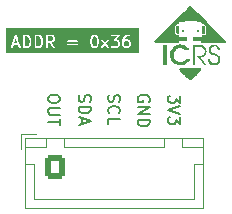
<source format=gbr>
%TF.GenerationSoftware,KiCad,Pcbnew,7.0.1*%
%TF.CreationDate,2023-07-17T00:53:10+01:00*%
%TF.ProjectId,Motor Encoder Board,4d6f746f-7220-4456-9e63-6f6465722042,rev?*%
%TF.SameCoordinates,Original*%
%TF.FileFunction,Legend,Top*%
%TF.FilePolarity,Positive*%
%FSLAX46Y46*%
G04 Gerber Fmt 4.6, Leading zero omitted, Abs format (unit mm)*
G04 Created by KiCad (PCBNEW 7.0.1) date 2023-07-17 00:53:10*
%MOMM*%
%LPD*%
G01*
G04 APERTURE LIST*
G04 Aperture macros list*
%AMRoundRect*
0 Rectangle with rounded corners*
0 $1 Rounding radius*
0 $2 $3 $4 $5 $6 $7 $8 $9 X,Y pos of 4 corners*
0 Add a 4 corners polygon primitive as box body*
4,1,4,$2,$3,$4,$5,$6,$7,$8,$9,$2,$3,0*
0 Add four circle primitives for the rounded corners*
1,1,$1+$1,$2,$3*
1,1,$1+$1,$4,$5*
1,1,$1+$1,$6,$7*
1,1,$1+$1,$8,$9*
0 Add four rect primitives between the rounded corners*
20,1,$1+$1,$2,$3,$4,$5,0*
20,1,$1+$1,$4,$5,$6,$7,0*
20,1,$1+$1,$6,$7,$8,$9,0*
20,1,$1+$1,$8,$9,$2,$3,0*%
G04 Aperture macros list end*
%ADD10C,0.150000*%
%ADD11C,0.120000*%
%ADD12C,5.600000*%
%ADD13RoundRect,0.250000X-0.600000X-0.725000X0.600000X-0.725000X0.600000X0.725000X-0.600000X0.725000X0*%
%ADD14O,1.700000X1.950000*%
G04 APERTURE END LIST*
D10*
X116570000Y-59920476D02*
X116522380Y-60063333D01*
X116522380Y-60063333D02*
X116522380Y-60301428D01*
X116522380Y-60301428D02*
X116570000Y-60396666D01*
X116570000Y-60396666D02*
X116617619Y-60444285D01*
X116617619Y-60444285D02*
X116712857Y-60491904D01*
X116712857Y-60491904D02*
X116808095Y-60491904D01*
X116808095Y-60491904D02*
X116903333Y-60444285D01*
X116903333Y-60444285D02*
X116950952Y-60396666D01*
X116950952Y-60396666D02*
X116998571Y-60301428D01*
X116998571Y-60301428D02*
X117046190Y-60110952D01*
X117046190Y-60110952D02*
X117093809Y-60015714D01*
X117093809Y-60015714D02*
X117141428Y-59968095D01*
X117141428Y-59968095D02*
X117236666Y-59920476D01*
X117236666Y-59920476D02*
X117331904Y-59920476D01*
X117331904Y-59920476D02*
X117427142Y-59968095D01*
X117427142Y-59968095D02*
X117474761Y-60015714D01*
X117474761Y-60015714D02*
X117522380Y-60110952D01*
X117522380Y-60110952D02*
X117522380Y-60349047D01*
X117522380Y-60349047D02*
X117474761Y-60491904D01*
X116617619Y-61491904D02*
X116570000Y-61444285D01*
X116570000Y-61444285D02*
X116522380Y-61301428D01*
X116522380Y-61301428D02*
X116522380Y-61206190D01*
X116522380Y-61206190D02*
X116570000Y-61063333D01*
X116570000Y-61063333D02*
X116665238Y-60968095D01*
X116665238Y-60968095D02*
X116760476Y-60920476D01*
X116760476Y-60920476D02*
X116950952Y-60872857D01*
X116950952Y-60872857D02*
X117093809Y-60872857D01*
X117093809Y-60872857D02*
X117284285Y-60920476D01*
X117284285Y-60920476D02*
X117379523Y-60968095D01*
X117379523Y-60968095D02*
X117474761Y-61063333D01*
X117474761Y-61063333D02*
X117522380Y-61206190D01*
X117522380Y-61206190D02*
X117522380Y-61301428D01*
X117522380Y-61301428D02*
X117474761Y-61444285D01*
X117474761Y-61444285D02*
X117427142Y-61491904D01*
X116522380Y-62396666D02*
X116522380Y-61920476D01*
X116522380Y-61920476D02*
X117522380Y-61920476D01*
X114070000Y-59920476D02*
X114022380Y-60063333D01*
X114022380Y-60063333D02*
X114022380Y-60301428D01*
X114022380Y-60301428D02*
X114070000Y-60396666D01*
X114070000Y-60396666D02*
X114117619Y-60444285D01*
X114117619Y-60444285D02*
X114212857Y-60491904D01*
X114212857Y-60491904D02*
X114308095Y-60491904D01*
X114308095Y-60491904D02*
X114403333Y-60444285D01*
X114403333Y-60444285D02*
X114450952Y-60396666D01*
X114450952Y-60396666D02*
X114498571Y-60301428D01*
X114498571Y-60301428D02*
X114546190Y-60110952D01*
X114546190Y-60110952D02*
X114593809Y-60015714D01*
X114593809Y-60015714D02*
X114641428Y-59968095D01*
X114641428Y-59968095D02*
X114736666Y-59920476D01*
X114736666Y-59920476D02*
X114831904Y-59920476D01*
X114831904Y-59920476D02*
X114927142Y-59968095D01*
X114927142Y-59968095D02*
X114974761Y-60015714D01*
X114974761Y-60015714D02*
X115022380Y-60110952D01*
X115022380Y-60110952D02*
X115022380Y-60349047D01*
X115022380Y-60349047D02*
X114974761Y-60491904D01*
X114022380Y-60920476D02*
X115022380Y-60920476D01*
X115022380Y-60920476D02*
X115022380Y-61158571D01*
X115022380Y-61158571D02*
X114974761Y-61301428D01*
X114974761Y-61301428D02*
X114879523Y-61396666D01*
X114879523Y-61396666D02*
X114784285Y-61444285D01*
X114784285Y-61444285D02*
X114593809Y-61491904D01*
X114593809Y-61491904D02*
X114450952Y-61491904D01*
X114450952Y-61491904D02*
X114260476Y-61444285D01*
X114260476Y-61444285D02*
X114165238Y-61396666D01*
X114165238Y-61396666D02*
X114070000Y-61301428D01*
X114070000Y-61301428D02*
X114022380Y-61158571D01*
X114022380Y-61158571D02*
X114022380Y-60920476D01*
X114308095Y-61872857D02*
X114308095Y-62349047D01*
X114022380Y-61777619D02*
X115022380Y-62110952D01*
X115022380Y-62110952D02*
X114022380Y-62444285D01*
G36*
X110705676Y-55000790D02*
G01*
X110779788Y-55074902D01*
X110818282Y-55151888D01*
X110861666Y-55325424D01*
X110861666Y-55449813D01*
X110818282Y-55623345D01*
X110779788Y-55700334D01*
X110705676Y-55774447D01*
X110591161Y-55812619D01*
X110440238Y-55812619D01*
X110440238Y-54962619D01*
X110591163Y-54962619D01*
X110705676Y-55000790D01*
G37*
G36*
X109705676Y-55000790D02*
G01*
X109779788Y-55074902D01*
X109818282Y-55151888D01*
X109861666Y-55325424D01*
X109861666Y-55449813D01*
X109818282Y-55623345D01*
X109779788Y-55700334D01*
X109705676Y-55774447D01*
X109591161Y-55812619D01*
X109440238Y-55812619D01*
X109440238Y-54962619D01*
X109591163Y-54962619D01*
X109705676Y-55000790D01*
G37*
G36*
X108832609Y-55526904D02*
G01*
X108564533Y-55526904D01*
X108698571Y-55124790D01*
X108832609Y-55526904D01*
G37*
G36*
X118225574Y-55377830D02*
G01*
X118255979Y-55408235D01*
X118290238Y-55476751D01*
X118290238Y-55679436D01*
X118255979Y-55747953D01*
X118225571Y-55778361D01*
X118157057Y-55812619D01*
X118001992Y-55812619D01*
X117933474Y-55778360D01*
X117903066Y-55747951D01*
X117868810Y-55679437D01*
X117868810Y-55476753D01*
X117903069Y-55408235D01*
X117933474Y-55377829D01*
X118001990Y-55343571D01*
X118157056Y-55343571D01*
X118225574Y-55377830D01*
G37*
G36*
X115463669Y-54996878D02*
G01*
X115494074Y-55027283D01*
X115532568Y-55104269D01*
X115575952Y-55277805D01*
X115575952Y-55497432D01*
X115532568Y-55670964D01*
X115494074Y-55747953D01*
X115463666Y-55778361D01*
X115395152Y-55812619D01*
X115335325Y-55812619D01*
X115266807Y-55778360D01*
X115236399Y-55747951D01*
X115197907Y-55670966D01*
X115154524Y-55497432D01*
X115154524Y-55277806D01*
X115197907Y-55104272D01*
X115236402Y-55027283D01*
X115266807Y-54996877D01*
X115335323Y-54962619D01*
X115395151Y-54962619D01*
X115463669Y-54996878D01*
G37*
G36*
X111797002Y-54996878D02*
G01*
X111827407Y-55027283D01*
X111861666Y-55095799D01*
X111861666Y-55203246D01*
X111827407Y-55271763D01*
X111797000Y-55302170D01*
X111728485Y-55336428D01*
X111607205Y-55336428D01*
X111589160Y-55334558D01*
X111585460Y-55336428D01*
X111440238Y-55336428D01*
X111440238Y-54962619D01*
X111728484Y-54962619D01*
X111797002Y-54996878D01*
G37*
G36*
X119098572Y-56377857D02*
G01*
X107902143Y-56377857D01*
X107902143Y-55906916D01*
X108289492Y-55906916D01*
X108311949Y-55944804D01*
X108351325Y-55964536D01*
X108395118Y-55959849D01*
X108429425Y-55932228D01*
X108514533Y-55676904D01*
X108882609Y-55676904D01*
X108964162Y-55921564D01*
X108982885Y-55948504D01*
X109023584Y-55965340D01*
X109066924Y-55957500D01*
X109099146Y-55927474D01*
X109106465Y-55898743D01*
X109287868Y-55898743D01*
X109294787Y-55913895D01*
X109299481Y-55929879D01*
X109303793Y-55933615D01*
X109306164Y-55938807D01*
X109320180Y-55947814D01*
X109332767Y-55958721D01*
X109338413Y-55959532D01*
X109343216Y-55962619D01*
X109359878Y-55962619D01*
X109376362Y-55964989D01*
X109381552Y-55962619D01*
X109593931Y-55962619D01*
X109606158Y-55965734D01*
X109625770Y-55959196D01*
X109645593Y-55953376D01*
X109646551Y-55952269D01*
X109766077Y-55912427D01*
X109783651Y-55908605D01*
X109793512Y-55898743D01*
X110287868Y-55898743D01*
X110294787Y-55913895D01*
X110299481Y-55929879D01*
X110303793Y-55933615D01*
X110306164Y-55938807D01*
X110320180Y-55947814D01*
X110332767Y-55958721D01*
X110338413Y-55959532D01*
X110343216Y-55962619D01*
X110359878Y-55962619D01*
X110376362Y-55964989D01*
X110381552Y-55962619D01*
X110593931Y-55962619D01*
X110606158Y-55965734D01*
X110625770Y-55959196D01*
X110645593Y-55953376D01*
X110646551Y-55952269D01*
X110766077Y-55912427D01*
X110783651Y-55908605D01*
X110794491Y-55897764D01*
X110807075Y-55889019D01*
X110809782Y-55882472D01*
X110887812Y-55804442D01*
X110898662Y-55797999D01*
X110907912Y-55779498D01*
X110917808Y-55761375D01*
X110917703Y-55759915D01*
X110950155Y-55695012D01*
X110956467Y-55689078D01*
X110959811Y-55675700D01*
X110960951Y-55673421D01*
X110962414Y-55665288D01*
X111006433Y-55489210D01*
X111011666Y-55481069D01*
X111011666Y-55468281D01*
X111012042Y-55466777D01*
X111011666Y-55457531D01*
X111011666Y-55422552D01*
X111287868Y-55422552D01*
X111290238Y-55427742D01*
X111290238Y-55898401D01*
X111299481Y-55929879D01*
X111332767Y-55958721D01*
X111376362Y-55964989D01*
X111416426Y-55946693D01*
X111440238Y-55909641D01*
X111440238Y-55486428D01*
X111564284Y-55486428D01*
X111881407Y-55939462D01*
X111907030Y-55959949D01*
X111950839Y-55964489D01*
X111990148Y-55944624D01*
X112012478Y-55906660D01*
X112010737Y-55862651D01*
X111869334Y-55660647D01*
X113049773Y-55660647D01*
X113068069Y-55700711D01*
X113105121Y-55724523D01*
X113899830Y-55724523D01*
X113931308Y-55715280D01*
X113960150Y-55681994D01*
X113966418Y-55638399D01*
X113948122Y-55598335D01*
X113911070Y-55574523D01*
X113116361Y-55574523D01*
X113084883Y-55583766D01*
X113056041Y-55617052D01*
X113049773Y-55660647D01*
X111869334Y-55660647D01*
X111759326Y-55503492D01*
X115001422Y-55503492D01*
X115004524Y-55515900D01*
X115004524Y-55517448D01*
X115007128Y-55526317D01*
X115051142Y-55702372D01*
X115050212Y-55710986D01*
X115056378Y-55723319D01*
X115056997Y-55725792D01*
X115061179Y-55732919D01*
X115103474Y-55817509D01*
X115106157Y-55829840D01*
X115120776Y-55844460D01*
X115134846Y-55859586D01*
X115136264Y-55859948D01*
X115162698Y-55886383D01*
X115169143Y-55897234D01*
X115187654Y-55906489D01*
X115205765Y-55916379D01*
X115207224Y-55916274D01*
X115280470Y-55952897D01*
X115295597Y-55962619D01*
X115310927Y-55962619D01*
X115326010Y-55965333D01*
X115332554Y-55962619D01*
X115408817Y-55962619D01*
X115426701Y-55964550D01*
X115440414Y-55957693D01*
X115455117Y-55953376D01*
X115459755Y-55948022D01*
X115533223Y-55911287D01*
X115545557Y-55908605D01*
X115560188Y-55893972D01*
X115574971Y-55880223D01*
X115906471Y-55880223D01*
X115914825Y-55923467D01*
X115945232Y-55955329D01*
X115988039Y-55965695D01*
X116029654Y-55951272D01*
X116246190Y-55675679D01*
X116455782Y-55942434D01*
X116482498Y-55961475D01*
X116526491Y-55963589D01*
X116564643Y-55941584D01*
X116584842Y-55902445D01*
X116580675Y-55858599D01*
X116524264Y-55786803D01*
X116715843Y-55786803D01*
X116725205Y-55829840D01*
X116781746Y-55886383D01*
X116788191Y-55897234D01*
X116806702Y-55906489D01*
X116824813Y-55916379D01*
X116826272Y-55916274D01*
X116899518Y-55952897D01*
X116914645Y-55962619D01*
X116929975Y-55962619D01*
X116945058Y-55965333D01*
X116951602Y-55962619D01*
X117218341Y-55962619D01*
X117236225Y-55964550D01*
X117249938Y-55957693D01*
X117264641Y-55953376D01*
X117269279Y-55948022D01*
X117342747Y-55911287D01*
X117355081Y-55908605D01*
X117369712Y-55893972D01*
X117384825Y-55879916D01*
X117385187Y-55878496D01*
X117411621Y-55852062D01*
X117422472Y-55845618D01*
X117431728Y-55827104D01*
X117441618Y-55808994D01*
X117441513Y-55807534D01*
X117478135Y-55734290D01*
X117487857Y-55719164D01*
X117487857Y-55703834D01*
X117490571Y-55688751D01*
X117487857Y-55682207D01*
X117487857Y-55467438D01*
X117716096Y-55467438D01*
X117718810Y-55473982D01*
X117718810Y-55693102D01*
X117716879Y-55710986D01*
X117723735Y-55724699D01*
X117728053Y-55739402D01*
X117733406Y-55744040D01*
X117770141Y-55817509D01*
X117772824Y-55829840D01*
X117787443Y-55844460D01*
X117801513Y-55859586D01*
X117802931Y-55859948D01*
X117829365Y-55886383D01*
X117835810Y-55897234D01*
X117854321Y-55906489D01*
X117872432Y-55916379D01*
X117873891Y-55916274D01*
X117947137Y-55952897D01*
X117962264Y-55962619D01*
X117977594Y-55962619D01*
X117992677Y-55965333D01*
X117999221Y-55962619D01*
X118170722Y-55962619D01*
X118188606Y-55964550D01*
X118202319Y-55957693D01*
X118217022Y-55953376D01*
X118221660Y-55948022D01*
X118295128Y-55911287D01*
X118307462Y-55908605D01*
X118322093Y-55893972D01*
X118337206Y-55879916D01*
X118337568Y-55878496D01*
X118364002Y-55852062D01*
X118374853Y-55845618D01*
X118384109Y-55827104D01*
X118393999Y-55808994D01*
X118393894Y-55807534D01*
X118430516Y-55734290D01*
X118440238Y-55719164D01*
X118440238Y-55703834D01*
X118442952Y-55688751D01*
X118440238Y-55682207D01*
X118440238Y-55463078D01*
X118442168Y-55445203D01*
X118435313Y-55431493D01*
X118430995Y-55416787D01*
X118425640Y-55412147D01*
X118388906Y-55338678D01*
X118386224Y-55326348D01*
X118371604Y-55311728D01*
X118357535Y-55296603D01*
X118356116Y-55296240D01*
X118329681Y-55269805D01*
X118323238Y-55258956D01*
X118304737Y-55249705D01*
X118286615Y-55239810D01*
X118285154Y-55239914D01*
X118211913Y-55203294D01*
X118196784Y-55193571D01*
X118181454Y-55193571D01*
X118166371Y-55190857D01*
X118159827Y-55193571D01*
X117988317Y-55193571D01*
X117970442Y-55191641D01*
X117956732Y-55198495D01*
X117942026Y-55202814D01*
X117937386Y-55208168D01*
X117892515Y-55230604D01*
X117911039Y-55156506D01*
X117994951Y-55030638D01*
X118028712Y-54996877D01*
X118097228Y-54962619D01*
X118280782Y-54962619D01*
X118312260Y-54953376D01*
X118341102Y-54920090D01*
X118347370Y-54876495D01*
X118329074Y-54836431D01*
X118292022Y-54812619D01*
X118083555Y-54812619D01*
X118065680Y-54810689D01*
X118051970Y-54817543D01*
X118037264Y-54821862D01*
X118032624Y-54827216D01*
X117959155Y-54863950D01*
X117946825Y-54866633D01*
X117932205Y-54881252D01*
X117917080Y-54895322D01*
X117916717Y-54896740D01*
X117893663Y-54919794D01*
X117886479Y-54922931D01*
X117878382Y-54935075D01*
X117876010Y-54937448D01*
X117872429Y-54944005D01*
X117783791Y-55076962D01*
X117774009Y-55086160D01*
X117769188Y-55105441D01*
X117763274Y-55124401D01*
X117763889Y-55126636D01*
X117724042Y-55286026D01*
X117718810Y-55294168D01*
X117718810Y-55306956D01*
X117718434Y-55308460D01*
X117718810Y-55317706D01*
X117718810Y-55452355D01*
X117716096Y-55467438D01*
X117487857Y-55467438D01*
X117487857Y-55463078D01*
X117489787Y-55445203D01*
X117482932Y-55431493D01*
X117478614Y-55416787D01*
X117473259Y-55412147D01*
X117436525Y-55338678D01*
X117433843Y-55326348D01*
X117419223Y-55311728D01*
X117405154Y-55296603D01*
X117403735Y-55296240D01*
X117377300Y-55269805D01*
X117370857Y-55258956D01*
X117352356Y-55249705D01*
X117334234Y-55239810D01*
X117332773Y-55239914D01*
X117259532Y-55203294D01*
X117244661Y-55193736D01*
X117454928Y-54953431D01*
X117455117Y-54953376D01*
X117469421Y-54936867D01*
X117476400Y-54928892D01*
X117476477Y-54928724D01*
X117483959Y-54920090D01*
X117485532Y-54909149D01*
X117490173Y-54899116D01*
X117488601Y-54887800D01*
X117490227Y-54876495D01*
X117485635Y-54866440D01*
X117484115Y-54855492D01*
X117476677Y-54846823D01*
X117471931Y-54836431D01*
X117462630Y-54830453D01*
X117455434Y-54822067D01*
X117444490Y-54818796D01*
X117434879Y-54812619D01*
X117423824Y-54812619D01*
X117413235Y-54809454D01*
X117402260Y-54812619D01*
X116783028Y-54812619D01*
X116751550Y-54821862D01*
X116722708Y-54855148D01*
X116716440Y-54898743D01*
X116734736Y-54938807D01*
X116771788Y-54962619D01*
X117247574Y-54962619D01*
X117037451Y-55202758D01*
X117037264Y-55202814D01*
X117023046Y-55219221D01*
X117015981Y-55227297D01*
X117015902Y-55227467D01*
X117008422Y-55236100D01*
X117006849Y-55247040D01*
X117002208Y-55257074D01*
X117003779Y-55268389D01*
X117002154Y-55279695D01*
X117006745Y-55289749D01*
X117008266Y-55300698D01*
X117015703Y-55309366D01*
X117020450Y-55319759D01*
X117029750Y-55325736D01*
X117036947Y-55334123D01*
X117047890Y-55337393D01*
X117057502Y-55343571D01*
X117068557Y-55343571D01*
X117079146Y-55346736D01*
X117090121Y-55343571D01*
X117204675Y-55343571D01*
X117273193Y-55377830D01*
X117303598Y-55408235D01*
X117337857Y-55476751D01*
X117337857Y-55679436D01*
X117303598Y-55747953D01*
X117273190Y-55778361D01*
X117204676Y-55812619D01*
X116954373Y-55812619D01*
X116885855Y-55778360D01*
X116839220Y-55731723D01*
X116810426Y-55716001D01*
X116766495Y-55719143D01*
X116731236Y-55745536D01*
X116715843Y-55786803D01*
X116524264Y-55786803D01*
X116341571Y-55554284D01*
X116573730Y-55258810D01*
X116585910Y-55228348D01*
X116577556Y-55185104D01*
X116547149Y-55153242D01*
X116504342Y-55142876D01*
X116462727Y-55157299D01*
X116246190Y-55432891D01*
X116036599Y-55166137D01*
X116009883Y-55147096D01*
X115965890Y-55144982D01*
X115927738Y-55166987D01*
X115907539Y-55206126D01*
X115911706Y-55249972D01*
X116150809Y-55554286D01*
X115918651Y-55849761D01*
X115906471Y-55880223D01*
X115574971Y-55880223D01*
X115575301Y-55879916D01*
X115575663Y-55878496D01*
X115602097Y-55852062D01*
X115612948Y-55845618D01*
X115622204Y-55827104D01*
X115632094Y-55808994D01*
X115631989Y-55807534D01*
X115664441Y-55742631D01*
X115670753Y-55736697D01*
X115674097Y-55723319D01*
X115675237Y-55721040D01*
X115676700Y-55712907D01*
X115720719Y-55536829D01*
X115725952Y-55528688D01*
X115725952Y-55515900D01*
X115726328Y-55514396D01*
X115725952Y-55505150D01*
X115725952Y-55280914D01*
X115729054Y-55271745D01*
X115725952Y-55259337D01*
X115725952Y-55257789D01*
X115723347Y-55248919D01*
X115679333Y-55072862D01*
X115680263Y-55064251D01*
X115674097Y-55051920D01*
X115673479Y-55049445D01*
X115669291Y-55042306D01*
X115627001Y-54957726D01*
X115624319Y-54945396D01*
X115609699Y-54930776D01*
X115595630Y-54915651D01*
X115594211Y-54915288D01*
X115567776Y-54888853D01*
X115561333Y-54878004D01*
X115542832Y-54868753D01*
X115524710Y-54858858D01*
X115523249Y-54858962D01*
X115450008Y-54822342D01*
X115434879Y-54812619D01*
X115419549Y-54812619D01*
X115404466Y-54809905D01*
X115397922Y-54812619D01*
X115321650Y-54812619D01*
X115303775Y-54810689D01*
X115290065Y-54817543D01*
X115275359Y-54821862D01*
X115270719Y-54827216D01*
X115197250Y-54863950D01*
X115184920Y-54866633D01*
X115170300Y-54881252D01*
X115155175Y-54895322D01*
X115154812Y-54896740D01*
X115128377Y-54923175D01*
X115117528Y-54929619D01*
X115108277Y-54948119D01*
X115098382Y-54966242D01*
X115098486Y-54967702D01*
X115066034Y-55032606D01*
X115059723Y-55038541D01*
X115056378Y-55051918D01*
X115055239Y-55054198D01*
X115053775Y-55062330D01*
X115009756Y-55238407D01*
X115004524Y-55246549D01*
X115004524Y-55259337D01*
X115004148Y-55260841D01*
X115004524Y-55270087D01*
X115004524Y-55494323D01*
X115001422Y-55503492D01*
X111759326Y-55503492D01*
X111747809Y-55487039D01*
X111760034Y-55488359D01*
X111773747Y-55481502D01*
X111788450Y-55477185D01*
X111793088Y-55471831D01*
X111866557Y-55435096D01*
X111878889Y-55432414D01*
X111893516Y-55417786D01*
X111908634Y-55403725D01*
X111908996Y-55402306D01*
X111935431Y-55375871D01*
X111937011Y-55374933D01*
X113049773Y-55374933D01*
X113068069Y-55414997D01*
X113105121Y-55438809D01*
X113899830Y-55438809D01*
X113931308Y-55429566D01*
X113960150Y-55396280D01*
X113966418Y-55352685D01*
X113948122Y-55312621D01*
X113911070Y-55288809D01*
X113116361Y-55288809D01*
X113084883Y-55298052D01*
X113056041Y-55331338D01*
X113049773Y-55374933D01*
X111937011Y-55374933D01*
X111946281Y-55369428D01*
X111955535Y-55350918D01*
X111965426Y-55332805D01*
X111965321Y-55331346D01*
X112001944Y-55258100D01*
X112011666Y-55242974D01*
X112011666Y-55227644D01*
X112014380Y-55212561D01*
X112011666Y-55206017D01*
X112011666Y-55082126D01*
X112013596Y-55064251D01*
X112006741Y-55050541D01*
X112002423Y-55035835D01*
X111997068Y-55031195D01*
X111960334Y-54957726D01*
X111957652Y-54945396D01*
X111943032Y-54930776D01*
X111928963Y-54915651D01*
X111927544Y-54915288D01*
X111901109Y-54888853D01*
X111894666Y-54878004D01*
X111876165Y-54868753D01*
X111858043Y-54858858D01*
X111856582Y-54858962D01*
X111783341Y-54822342D01*
X111768212Y-54812619D01*
X111752882Y-54812619D01*
X111737799Y-54809905D01*
X111731255Y-54812619D01*
X111370598Y-54812619D01*
X111354114Y-54810249D01*
X111338961Y-54817168D01*
X111322978Y-54821862D01*
X111319241Y-54826174D01*
X111314050Y-54828545D01*
X111305042Y-54842561D01*
X111294136Y-54855148D01*
X111293324Y-54860794D01*
X111290238Y-54865597D01*
X111290238Y-54882259D01*
X111287868Y-54898743D01*
X111290238Y-54903933D01*
X111290238Y-55406068D01*
X111287868Y-55422552D01*
X111011666Y-55422552D01*
X111011666Y-55328533D01*
X111014768Y-55319364D01*
X111011666Y-55306956D01*
X111011666Y-55305408D01*
X111009061Y-55296538D01*
X110965047Y-55120481D01*
X110965977Y-55111870D01*
X110959811Y-55099539D01*
X110959193Y-55097064D01*
X110955005Y-55089925D01*
X110912715Y-55005345D01*
X110910033Y-54993015D01*
X110895413Y-54978395D01*
X110881344Y-54963270D01*
X110879925Y-54962907D01*
X110802076Y-54885058D01*
X110790799Y-54871051D01*
X110776257Y-54866203D01*
X110762805Y-54858858D01*
X110755737Y-54859363D01*
X110635970Y-54819441D01*
X110625355Y-54812619D01*
X110604675Y-54812619D01*
X110584036Y-54811873D01*
X110582777Y-54812619D01*
X110370598Y-54812619D01*
X110354114Y-54810249D01*
X110338961Y-54817168D01*
X110322978Y-54821862D01*
X110319241Y-54826174D01*
X110314050Y-54828545D01*
X110305042Y-54842561D01*
X110294136Y-54855148D01*
X110293324Y-54860794D01*
X110290238Y-54865597D01*
X110290238Y-54882259D01*
X110287868Y-54898743D01*
X110290238Y-54903933D01*
X110290238Y-55882259D01*
X110287868Y-55898743D01*
X109793512Y-55898743D01*
X109794491Y-55897764D01*
X109807075Y-55889019D01*
X109809782Y-55882472D01*
X109887812Y-55804442D01*
X109898662Y-55797999D01*
X109907912Y-55779498D01*
X109917808Y-55761375D01*
X109917703Y-55759915D01*
X109950155Y-55695012D01*
X109956467Y-55689078D01*
X109959811Y-55675700D01*
X109960951Y-55673421D01*
X109962414Y-55665288D01*
X110006433Y-55489210D01*
X110011666Y-55481069D01*
X110011666Y-55468281D01*
X110012042Y-55466777D01*
X110011666Y-55457531D01*
X110011666Y-55328533D01*
X110014768Y-55319364D01*
X110011666Y-55306956D01*
X110011666Y-55305408D01*
X110009061Y-55296538D01*
X109965047Y-55120481D01*
X109965977Y-55111870D01*
X109959811Y-55099539D01*
X109959193Y-55097064D01*
X109955005Y-55089925D01*
X109912715Y-55005345D01*
X109910033Y-54993015D01*
X109895413Y-54978395D01*
X109881344Y-54963270D01*
X109879925Y-54962907D01*
X109802076Y-54885058D01*
X109790799Y-54871051D01*
X109776257Y-54866203D01*
X109762805Y-54858858D01*
X109755737Y-54859363D01*
X109635970Y-54819441D01*
X109625355Y-54812619D01*
X109604675Y-54812619D01*
X109584036Y-54811873D01*
X109582777Y-54812619D01*
X109370598Y-54812619D01*
X109354114Y-54810249D01*
X109338961Y-54817168D01*
X109322978Y-54821862D01*
X109319241Y-54826174D01*
X109314050Y-54828545D01*
X109305042Y-54842561D01*
X109294136Y-54855148D01*
X109293324Y-54860794D01*
X109290238Y-54865597D01*
X109290238Y-54882259D01*
X109287868Y-54898743D01*
X109290238Y-54903933D01*
X109290238Y-55882259D01*
X109287868Y-55898743D01*
X109106465Y-55898743D01*
X109110019Y-55884793D01*
X109013426Y-55595016D01*
X109014036Y-55590780D01*
X109006552Y-55574392D01*
X108774011Y-54876769D01*
X108774317Y-54868322D01*
X108767185Y-54856289D01*
X108766313Y-54853673D01*
X108761700Y-54847035D01*
X108751860Y-54830434D01*
X108749254Y-54829128D01*
X108747590Y-54826733D01*
X108729736Y-54819347D01*
X108712484Y-54810702D01*
X108709586Y-54811012D01*
X108706891Y-54809897D01*
X108687883Y-54813335D01*
X108668690Y-54815390D01*
X108666419Y-54817218D01*
X108663551Y-54817737D01*
X108649427Y-54830898D01*
X108634384Y-54843010D01*
X108633461Y-54845776D01*
X108631329Y-54847764D01*
X108626561Y-54866476D01*
X108394036Y-55564051D01*
X108389374Y-55569433D01*
X108387197Y-55584568D01*
X108290677Y-55874131D01*
X108289492Y-55906916D01*
X107902143Y-55906916D01*
X107902143Y-54267143D01*
X119098572Y-54267143D01*
X119098572Y-56377857D01*
G37*
X122622380Y-59972857D02*
X122622380Y-60591904D01*
X122622380Y-60591904D02*
X122241428Y-60258571D01*
X122241428Y-60258571D02*
X122241428Y-60401428D01*
X122241428Y-60401428D02*
X122193809Y-60496666D01*
X122193809Y-60496666D02*
X122146190Y-60544285D01*
X122146190Y-60544285D02*
X122050952Y-60591904D01*
X122050952Y-60591904D02*
X121812857Y-60591904D01*
X121812857Y-60591904D02*
X121717619Y-60544285D01*
X121717619Y-60544285D02*
X121670000Y-60496666D01*
X121670000Y-60496666D02*
X121622380Y-60401428D01*
X121622380Y-60401428D02*
X121622380Y-60115714D01*
X121622380Y-60115714D02*
X121670000Y-60020476D01*
X121670000Y-60020476D02*
X121717619Y-59972857D01*
X122622380Y-60877619D02*
X121622380Y-61210952D01*
X121622380Y-61210952D02*
X122622380Y-61544285D01*
X122622380Y-61782381D02*
X122622380Y-62401428D01*
X122622380Y-62401428D02*
X122241428Y-62068095D01*
X122241428Y-62068095D02*
X122241428Y-62210952D01*
X122241428Y-62210952D02*
X122193809Y-62306190D01*
X122193809Y-62306190D02*
X122146190Y-62353809D01*
X122146190Y-62353809D02*
X122050952Y-62401428D01*
X122050952Y-62401428D02*
X121812857Y-62401428D01*
X121812857Y-62401428D02*
X121717619Y-62353809D01*
X121717619Y-62353809D02*
X121670000Y-62306190D01*
X121670000Y-62306190D02*
X121622380Y-62210952D01*
X121622380Y-62210952D02*
X121622380Y-61925238D01*
X121622380Y-61925238D02*
X121670000Y-61830000D01*
X121670000Y-61830000D02*
X121717619Y-61782381D01*
X119974761Y-60491904D02*
X120022380Y-60396666D01*
X120022380Y-60396666D02*
X120022380Y-60253809D01*
X120022380Y-60253809D02*
X119974761Y-60110952D01*
X119974761Y-60110952D02*
X119879523Y-60015714D01*
X119879523Y-60015714D02*
X119784285Y-59968095D01*
X119784285Y-59968095D02*
X119593809Y-59920476D01*
X119593809Y-59920476D02*
X119450952Y-59920476D01*
X119450952Y-59920476D02*
X119260476Y-59968095D01*
X119260476Y-59968095D02*
X119165238Y-60015714D01*
X119165238Y-60015714D02*
X119070000Y-60110952D01*
X119070000Y-60110952D02*
X119022380Y-60253809D01*
X119022380Y-60253809D02*
X119022380Y-60349047D01*
X119022380Y-60349047D02*
X119070000Y-60491904D01*
X119070000Y-60491904D02*
X119117619Y-60539523D01*
X119117619Y-60539523D02*
X119450952Y-60539523D01*
X119450952Y-60539523D02*
X119450952Y-60349047D01*
X119022380Y-60968095D02*
X120022380Y-60968095D01*
X120022380Y-60968095D02*
X119022380Y-61539523D01*
X119022380Y-61539523D02*
X120022380Y-61539523D01*
X119022380Y-62015714D02*
X120022380Y-62015714D01*
X120022380Y-62015714D02*
X120022380Y-62253809D01*
X120022380Y-62253809D02*
X119974761Y-62396666D01*
X119974761Y-62396666D02*
X119879523Y-62491904D01*
X119879523Y-62491904D02*
X119784285Y-62539523D01*
X119784285Y-62539523D02*
X119593809Y-62587142D01*
X119593809Y-62587142D02*
X119450952Y-62587142D01*
X119450952Y-62587142D02*
X119260476Y-62539523D01*
X119260476Y-62539523D02*
X119165238Y-62491904D01*
X119165238Y-62491904D02*
X119070000Y-62396666D01*
X119070000Y-62396666D02*
X119022380Y-62253809D01*
X119022380Y-62253809D02*
X119022380Y-62015714D01*
X112422380Y-60158571D02*
X112422380Y-60349047D01*
X112422380Y-60349047D02*
X112374761Y-60444285D01*
X112374761Y-60444285D02*
X112279523Y-60539523D01*
X112279523Y-60539523D02*
X112089047Y-60587142D01*
X112089047Y-60587142D02*
X111755714Y-60587142D01*
X111755714Y-60587142D02*
X111565238Y-60539523D01*
X111565238Y-60539523D02*
X111470000Y-60444285D01*
X111470000Y-60444285D02*
X111422380Y-60349047D01*
X111422380Y-60349047D02*
X111422380Y-60158571D01*
X111422380Y-60158571D02*
X111470000Y-60063333D01*
X111470000Y-60063333D02*
X111565238Y-59968095D01*
X111565238Y-59968095D02*
X111755714Y-59920476D01*
X111755714Y-59920476D02*
X112089047Y-59920476D01*
X112089047Y-59920476D02*
X112279523Y-59968095D01*
X112279523Y-59968095D02*
X112374761Y-60063333D01*
X112374761Y-60063333D02*
X112422380Y-60158571D01*
X112422380Y-61015714D02*
X111612857Y-61015714D01*
X111612857Y-61015714D02*
X111517619Y-61063333D01*
X111517619Y-61063333D02*
X111470000Y-61110952D01*
X111470000Y-61110952D02*
X111422380Y-61206190D01*
X111422380Y-61206190D02*
X111422380Y-61396666D01*
X111422380Y-61396666D02*
X111470000Y-61491904D01*
X111470000Y-61491904D02*
X111517619Y-61539523D01*
X111517619Y-61539523D02*
X111612857Y-61587142D01*
X111612857Y-61587142D02*
X112422380Y-61587142D01*
X112422380Y-61920476D02*
X112422380Y-62491904D01*
X111422380Y-62206190D02*
X112422380Y-62206190D01*
D11*
%TO.C,J1*%
X109150000Y-63250000D02*
X109150000Y-64500000D01*
X109440000Y-63540000D02*
X109440000Y-69510000D01*
X109440000Y-69510000D02*
X124560000Y-69510000D01*
X109450000Y-63550000D02*
X109450000Y-64300000D01*
X109450000Y-64300000D02*
X111250000Y-64300000D01*
X109450000Y-65800000D02*
X110200000Y-65800000D01*
X110200000Y-65800000D02*
X110200000Y-68750000D01*
X110200000Y-68750000D02*
X117000000Y-68750000D01*
X110400000Y-63250000D02*
X109150000Y-63250000D01*
X111250000Y-63550000D02*
X109450000Y-63550000D01*
X111250000Y-64300000D02*
X111250000Y-63550000D01*
X112750000Y-63550000D02*
X112750000Y-64300000D01*
X112750000Y-64300000D02*
X121250000Y-64300000D01*
X121250000Y-63550000D02*
X112750000Y-63550000D01*
X121250000Y-64300000D02*
X121250000Y-63550000D01*
X122750000Y-63550000D02*
X122750000Y-64300000D01*
X122750000Y-64300000D02*
X124550000Y-64300000D01*
X123800000Y-65800000D02*
X123800000Y-68750000D01*
X123800000Y-68750000D02*
X117000000Y-68750000D01*
X124550000Y-63550000D02*
X122750000Y-63550000D01*
X124550000Y-64300000D02*
X124550000Y-63550000D01*
X124550000Y-65800000D02*
X123800000Y-65800000D01*
X124560000Y-63540000D02*
X109440000Y-63540000D01*
X124560000Y-69510000D02*
X124560000Y-63540000D01*
%TO.C,G\u002A\u002A\u002A*%
G36*
X121492622Y-56529373D02*
G01*
X121492622Y-57382590D01*
X121337492Y-57382590D01*
X121182362Y-57382590D01*
X121182362Y-56529373D01*
X121182362Y-55676157D01*
X121337492Y-55676157D01*
X121492622Y-55676157D01*
X121492622Y-56529373D01*
G37*
G36*
X122903884Y-54423806D02*
G01*
X122932782Y-54448137D01*
X122949109Y-54481726D01*
X122950847Y-54497166D01*
X122941471Y-54532940D01*
X122917141Y-54561838D01*
X122883551Y-54578164D01*
X122868111Y-54579902D01*
X122831813Y-54570235D01*
X122810760Y-54554517D01*
X122790675Y-54522137D01*
X122787398Y-54486834D01*
X122798812Y-54453782D01*
X122822798Y-54428152D01*
X122857239Y-54415119D01*
X122868111Y-54414430D01*
X122903884Y-54423806D01*
G37*
G36*
X124112433Y-54420442D02*
G01*
X124142852Y-54431622D01*
X124167314Y-54449563D01*
X124175123Y-54461433D01*
X124181335Y-54500107D01*
X124171811Y-54533956D01*
X124150412Y-54559843D01*
X124120997Y-54574631D01*
X124087427Y-54575186D01*
X124054694Y-54559276D01*
X124033931Y-54536647D01*
X124026677Y-54507681D01*
X124026417Y-54498019D01*
X124034172Y-54459029D01*
X124058201Y-54432400D01*
X124085367Y-54420292D01*
X124112433Y-54420442D01*
G37*
G36*
X122475114Y-54398917D02*
G01*
X122475114Y-54755717D01*
X122451845Y-54754517D01*
X122422703Y-54751202D01*
X122407891Y-54748326D01*
X122350416Y-54725304D01*
X122307195Y-54687673D01*
X122293776Y-54668141D01*
X122285540Y-54653482D01*
X122279301Y-54639332D01*
X122274780Y-54622690D01*
X122271702Y-54600557D01*
X122269789Y-54569930D01*
X122268765Y-54527810D01*
X122268352Y-54471195D01*
X122268274Y-54397086D01*
X122268274Y-54391781D01*
X122268354Y-54316363D01*
X122268765Y-54258717D01*
X122269763Y-54215931D01*
X122271603Y-54185093D01*
X122274542Y-54163291D01*
X122278834Y-54147614D01*
X122284737Y-54135149D01*
X122291789Y-54124044D01*
X122332325Y-54078963D01*
X122380397Y-54051080D01*
X122430104Y-54042117D01*
X122475114Y-54042117D01*
X122475114Y-54398917D01*
G37*
G36*
X124588075Y-54045843D02*
G01*
X124635800Y-54058036D01*
X124670332Y-54080221D01*
X124694814Y-54113921D01*
X124701313Y-54128044D01*
X124707432Y-54145665D01*
X124712028Y-54166958D01*
X124715305Y-54194970D01*
X124717466Y-54232747D01*
X124718717Y-54283336D01*
X124719261Y-54349784D01*
X124719332Y-54397008D01*
X124719168Y-54472481D01*
X124718520Y-54530383D01*
X124717153Y-54573826D01*
X124714833Y-54605922D01*
X124711326Y-54629781D01*
X124706397Y-54648515D01*
X124699813Y-54665237D01*
X124699003Y-54667030D01*
X124676549Y-54702337D01*
X124644415Y-54727309D01*
X124599432Y-54743482D01*
X124538432Y-54752392D01*
X124520248Y-54753668D01*
X124440098Y-54758374D01*
X124440098Y-54400246D01*
X124440098Y-54042117D01*
X124524011Y-54042117D01*
X124588075Y-54045843D01*
G37*
G36*
X124382692Y-57681961D02*
G01*
X124404081Y-57711284D01*
X124411619Y-57744782D01*
X124411892Y-57755481D01*
X124411670Y-57764992D01*
X124410246Y-57774264D01*
X124406480Y-57784560D01*
X124399236Y-57797139D01*
X124387375Y-57813262D01*
X124369760Y-57834193D01*
X124345252Y-57861190D01*
X124312714Y-57895516D01*
X124271008Y-57938432D01*
X124218995Y-57991199D01*
X124155537Y-58055078D01*
X124079498Y-58131331D01*
X124009729Y-58201202D01*
X123933403Y-58277395D01*
X123860577Y-58349655D01*
X123792715Y-58416555D01*
X123731282Y-58476674D01*
X123677743Y-58528586D01*
X123633564Y-58570869D01*
X123600208Y-58602099D01*
X123579142Y-58620851D01*
X123573308Y-58625341D01*
X123528756Y-58643563D01*
X123474542Y-58651800D01*
X123419351Y-58649616D01*
X123371868Y-58636575D01*
X123369699Y-58635557D01*
X123352385Y-58623382D01*
X123322874Y-58598250D01*
X123282796Y-58561810D01*
X123233783Y-58515708D01*
X123177465Y-58461593D01*
X123115476Y-58401110D01*
X123049445Y-58335907D01*
X122981004Y-58267631D01*
X122911785Y-58197931D01*
X122843419Y-58128452D01*
X122777538Y-58060842D01*
X122715772Y-57996748D01*
X122659754Y-57937817D01*
X122611114Y-57885698D01*
X122571484Y-57842036D01*
X122542496Y-57808479D01*
X122525780Y-57786675D01*
X122522330Y-57779969D01*
X122522740Y-57734276D01*
X122542419Y-57691925D01*
X122559167Y-57673159D01*
X122563480Y-57669350D01*
X122568593Y-57666015D01*
X122575829Y-57663123D01*
X122586513Y-57660643D01*
X122601969Y-57658543D01*
X122623523Y-57656791D01*
X122652499Y-57655356D01*
X122690220Y-57654206D01*
X122738012Y-57653309D01*
X122797200Y-57652635D01*
X122869107Y-57652151D01*
X122955058Y-57651826D01*
X123056378Y-57651628D01*
X123174390Y-57651526D01*
X123310421Y-57651488D01*
X123465794Y-57651482D01*
X123467963Y-57651482D01*
X124353492Y-57651482D01*
X124382692Y-57681961D01*
G37*
G36*
X124044516Y-55678836D02*
G01*
X124149006Y-55680440D01*
X124235419Y-55682367D01*
X124306364Y-55684943D01*
X124364448Y-55688493D01*
X124412278Y-55693344D01*
X124452462Y-55699821D01*
X124487608Y-55708249D01*
X124520323Y-55718954D01*
X124553216Y-55732263D01*
X124584027Y-55746222D01*
X124635599Y-55778106D01*
X124688422Y-55824277D01*
X124737226Y-55879397D01*
X124776740Y-55938122D01*
X124780936Y-55945774D01*
X124814397Y-56026961D01*
X124835091Y-56117708D01*
X124842971Y-56212977D01*
X124837992Y-56307729D01*
X124820106Y-56396927D01*
X124789269Y-56475531D01*
X124785844Y-56481938D01*
X124745387Y-56542194D01*
X124693775Y-56599165D01*
X124637315Y-56646430D01*
X124603542Y-56667563D01*
X124555500Y-56689772D01*
X124501514Y-56709177D01*
X124448901Y-56723548D01*
X124404974Y-56730657D01*
X124395262Y-56731043D01*
X124373014Y-56734592D01*
X124362720Y-56741082D01*
X124366972Y-56751766D01*
X124382199Y-56776518D01*
X124406789Y-56812994D01*
X124439128Y-56858849D01*
X124477604Y-56911739D01*
X124510591Y-56956039D01*
X124553959Y-57013958D01*
X124593788Y-57067605D01*
X124628179Y-57114387D01*
X124655234Y-57151710D01*
X124673056Y-57176982D01*
X124679072Y-57186205D01*
X124691530Y-57205526D01*
X124712827Y-57236122D01*
X124739300Y-57272784D01*
X124752944Y-57291239D01*
X124778471Y-57326052D01*
X124798513Y-57354457D01*
X124810361Y-57372555D01*
X124812411Y-57376808D01*
X124802829Y-57379288D01*
X124777117Y-57381157D01*
X124739828Y-57382157D01*
X124716747Y-57382245D01*
X124621083Y-57381900D01*
X124336048Y-56997005D01*
X124051012Y-56612109D01*
X124196430Y-56605690D01*
X124295464Y-56599061D01*
X124377168Y-56588131D01*
X124444628Y-56571936D01*
X124500927Y-56549512D01*
X124549150Y-56519894D01*
X124592382Y-56482118D01*
X124592676Y-56481821D01*
X124633473Y-56431531D01*
X124661048Y-56374843D01*
X124676809Y-56307701D01*
X124682164Y-56226053D01*
X124682175Y-56224284D01*
X124680174Y-56154324D01*
X124672381Y-56098534D01*
X124657275Y-56050846D01*
X124633339Y-56005190D01*
X124623528Y-55989961D01*
X124587982Y-55945714D01*
X124544619Y-55909112D01*
X124491630Y-55879636D01*
X124427204Y-55856766D01*
X124349533Y-55839984D01*
X124256807Y-55828771D01*
X124147215Y-55822606D01*
X124034445Y-55820945D01*
X123860945Y-55820945D01*
X123860945Y-56601767D01*
X123860945Y-57382590D01*
X123778209Y-57382590D01*
X123695472Y-57382590D01*
X123695472Y-56528347D01*
X123695472Y-55674105D01*
X124044516Y-55678836D01*
G37*
G36*
X122700505Y-55648961D02*
G01*
X122785002Y-55657205D01*
X122859003Y-55670785D01*
X122877129Y-55675591D01*
X122994057Y-55718725D01*
X123104796Y-55777835D01*
X123205223Y-55850290D01*
X123291211Y-55933458D01*
X123303102Y-55947283D01*
X123329611Y-55981307D01*
X123357437Y-56020885D01*
X123383812Y-56061574D01*
X123405972Y-56098932D01*
X123421148Y-56128514D01*
X123426580Y-56145581D01*
X123416802Y-56147657D01*
X123389724Y-56149429D01*
X123348729Y-56150774D01*
X123297199Y-56151574D01*
X123253351Y-56151744D01*
X123080122Y-56151598D01*
X123026078Y-56097200D01*
X122956052Y-56035900D01*
X122883108Y-55991615D01*
X122803365Y-55962813D01*
X122712943Y-55947963D01*
X122640586Y-55945049D01*
X122533223Y-55951676D01*
X122439281Y-55972257D01*
X122356014Y-56007844D01*
X122280678Y-56059488D01*
X122237248Y-56099523D01*
X122168619Y-56181051D01*
X122118070Y-56268897D01*
X122084407Y-56365789D01*
X122066436Y-56474455D01*
X122064933Y-56493176D01*
X122067610Y-56596076D01*
X122088963Y-56695190D01*
X122127212Y-56788382D01*
X122180577Y-56873519D01*
X122247279Y-56948463D01*
X122325538Y-57011082D01*
X122413576Y-57059239D01*
X122509611Y-57090800D01*
X122571552Y-57101010D01*
X122672797Y-57104564D01*
X122765000Y-57092248D01*
X122851759Y-57062927D01*
X122936666Y-57015468D01*
X123004867Y-56964349D01*
X123074400Y-56906857D01*
X123250490Y-56906857D01*
X123308234Y-56907167D01*
X123358026Y-56908027D01*
X123396511Y-56909329D01*
X123420333Y-56910968D01*
X123426580Y-56912440D01*
X123420297Y-56933717D01*
X123403259Y-56966722D01*
X123378184Y-57007487D01*
X123347791Y-57052046D01*
X123314797Y-57096431D01*
X123281921Y-57136676D01*
X123251880Y-57168814D01*
X123249127Y-57171437D01*
X123145102Y-57255706D01*
X123032191Y-57321350D01*
X122910751Y-57368250D01*
X122781136Y-57396287D01*
X122643705Y-57405341D01*
X122563021Y-57402040D01*
X122432498Y-57381847D01*
X122307144Y-57342494D01*
X122189436Y-57285104D01*
X122081852Y-57210798D01*
X122021180Y-57156588D01*
X121929698Y-57052757D01*
X121856676Y-56940005D01*
X121802473Y-56819178D01*
X121767448Y-56691125D01*
X121751960Y-56556695D01*
X121751173Y-56517919D01*
X121760682Y-56383380D01*
X121789279Y-56256707D01*
X121837071Y-56137649D01*
X121904162Y-56025953D01*
X121990658Y-55921368D01*
X122008809Y-55902766D01*
X122108958Y-55814804D01*
X122215209Y-55745867D01*
X122330026Y-55694622D01*
X122455878Y-55659732D01*
X122458654Y-55659166D01*
X122529871Y-55649648D01*
X122612975Y-55646344D01*
X122700505Y-55648961D01*
G37*
G36*
X125593335Y-55650735D02*
G01*
X125673973Y-55667905D01*
X125744529Y-55698257D01*
X125808962Y-55743282D01*
X125843676Y-55775291D01*
X125901473Y-55847357D01*
X125943267Y-55930578D01*
X125967077Y-56020903D01*
X125968419Y-56030371D01*
X125977524Y-56100179D01*
X125892118Y-56100179D01*
X125806711Y-56100179D01*
X125795189Y-56044679D01*
X125769883Y-55968450D01*
X125729414Y-55903805D01*
X125676221Y-55852434D01*
X125612744Y-55816027D01*
X125541423Y-55796273D01*
X125464698Y-55794865D01*
X125439801Y-55798491D01*
X125363340Y-55821930D01*
X125300101Y-55861144D01*
X125250736Y-55915548D01*
X125215894Y-55984557D01*
X125209038Y-56005698D01*
X125196465Y-56081812D01*
X125202609Y-56154587D01*
X125226235Y-56221264D01*
X125266102Y-56279084D01*
X125320974Y-56325289D01*
X125362200Y-56346984D01*
X125391187Y-56358025D01*
X125434204Y-56372772D01*
X125485382Y-56389277D01*
X125537445Y-56405174D01*
X125654840Y-56444171D01*
X125753045Y-56486495D01*
X125833445Y-56533394D01*
X125897429Y-56586117D01*
X125946385Y-56645913D01*
X125981700Y-56714028D01*
X126004761Y-56791713D01*
X126011761Y-56831877D01*
X126016653Y-56933952D01*
X126002887Y-57030251D01*
X125972053Y-57119207D01*
X125925747Y-57199251D01*
X125865558Y-57268817D01*
X125793081Y-57326337D01*
X125709908Y-57370244D01*
X125617631Y-57398969D01*
X125517843Y-57410946D01*
X125427761Y-57406720D01*
X125324443Y-57384540D01*
X125232111Y-57345295D01*
X125151915Y-57290115D01*
X125085004Y-57220131D01*
X125032530Y-57136474D01*
X124995642Y-57040274D01*
X124979747Y-56966323D01*
X124970672Y-56906857D01*
X125060852Y-56906857D01*
X125151032Y-56906857D01*
X125157722Y-56957289D01*
X125171875Y-57013543D01*
X125197760Y-57072745D01*
X125231286Y-57127131D01*
X125268363Y-57168935D01*
X125269931Y-57170295D01*
X125333543Y-57212252D01*
X125407655Y-57240686D01*
X125486447Y-57254322D01*
X125564098Y-57251885D01*
X125603682Y-57243386D01*
X125682624Y-57210923D01*
X125746866Y-57164297D01*
X125795659Y-57104616D01*
X125828255Y-57032990D01*
X125843906Y-56950525D01*
X125844385Y-56887052D01*
X125834938Y-56817357D01*
X125814202Y-56760246D01*
X125779592Y-56709537D01*
X125762204Y-56690599D01*
X125736571Y-56668495D01*
X125702436Y-56646769D01*
X125657429Y-56624337D01*
X125599179Y-56600119D01*
X125525314Y-56573031D01*
X125444623Y-56545667D01*
X125369608Y-56520351D01*
X125310958Y-56498980D01*
X125265142Y-56479831D01*
X125228634Y-56461179D01*
X125197905Y-56441300D01*
X125169428Y-56418469D01*
X125151962Y-56402645D01*
X125096230Y-56337425D01*
X125057835Y-56261859D01*
X125036344Y-56174958D01*
X125032004Y-56130730D01*
X125035045Y-56027475D01*
X125055733Y-55934111D01*
X125092975Y-55851773D01*
X125145679Y-55781601D01*
X125212750Y-55724730D01*
X125293095Y-55682300D01*
X125385621Y-55655446D01*
X125489234Y-55645308D01*
X125498659Y-55645253D01*
X125593335Y-55650735D01*
G37*
G36*
X123526507Y-52406142D02*
G01*
X123537270Y-52410116D01*
X123562517Y-52423406D01*
X123594829Y-52443575D01*
X123612736Y-52455911D01*
X123624660Y-52466549D01*
X123650424Y-52491139D01*
X123689295Y-52528954D01*
X123740543Y-52579265D01*
X123803438Y-52641344D01*
X123877247Y-52714462D01*
X123961240Y-52797891D01*
X124054686Y-52890902D01*
X124156854Y-52992768D01*
X124267013Y-53102759D01*
X124384431Y-53220148D01*
X124508378Y-53344206D01*
X124638123Y-53474205D01*
X124772934Y-53609416D01*
X124912081Y-53749111D01*
X125054832Y-53892561D01*
X125073547Y-53911378D01*
X126487818Y-55333429D01*
X126487818Y-55380112D01*
X126483048Y-55420275D01*
X126466609Y-55451263D01*
X126462860Y-55455812D01*
X126437902Y-55484829D01*
X125436414Y-55487562D01*
X124434927Y-55490295D01*
X124411851Y-55439978D01*
X124377272Y-55387538D01*
X124345534Y-55359680D01*
X124302294Y-55329699D01*
X123993712Y-55326678D01*
X123685130Y-55323658D01*
X123685130Y-55190076D01*
X123685130Y-55056494D01*
X123998757Y-55053479D01*
X124087489Y-55052594D01*
X124157960Y-55051706D01*
X124212591Y-55050623D01*
X124253803Y-55049151D01*
X124284020Y-55047097D01*
X124305662Y-55044267D01*
X124321150Y-55040469D01*
X124332907Y-55035508D01*
X124343355Y-55029192D01*
X124348732Y-55025542D01*
X124394514Y-54983877D01*
X124425402Y-54933670D01*
X124437040Y-54891899D01*
X124442526Y-54851000D01*
X124552488Y-54847200D01*
X124602716Y-54845048D01*
X124637699Y-54841906D01*
X124662876Y-54836559D01*
X124683685Y-54827790D01*
X124705565Y-54814383D01*
X124708725Y-54812269D01*
X124763610Y-54764043D01*
X124800795Y-54705201D01*
X124813325Y-54669585D01*
X124817135Y-54643324D01*
X124819838Y-54597793D01*
X124821397Y-54534378D01*
X124821778Y-54454466D01*
X124821059Y-54367809D01*
X124817582Y-54107673D01*
X124786282Y-54057070D01*
X124747015Y-54008878D01*
X124704693Y-53975376D01*
X124679713Y-53961014D01*
X124656760Y-53951600D01*
X124630030Y-53945843D01*
X124593721Y-53942449D01*
X124547251Y-53940318D01*
X124440098Y-53936351D01*
X124439871Y-53893571D01*
X124430266Y-53832647D01*
X124403793Y-53779736D01*
X124362947Y-53738270D01*
X124310225Y-53711680D01*
X124306837Y-53710661D01*
X124288516Y-53708388D01*
X124250383Y-53706472D01*
X124192329Y-53704911D01*
X124114243Y-53703706D01*
X124016016Y-53702855D01*
X123897537Y-53702357D01*
X123758697Y-53702211D01*
X123599386Y-53702416D01*
X123436160Y-53702909D01*
X122602865Y-53706002D01*
X122566497Y-53730924D01*
X122519191Y-53773952D01*
X122489876Y-53826654D01*
X122478330Y-53879499D01*
X122472491Y-53936076D01*
X122406105Y-53941405D01*
X122330600Y-53955674D01*
X122268732Y-53985370D01*
X122220155Y-54030673D01*
X122209543Y-54045203D01*
X122195903Y-54067260D01*
X122185176Y-54090130D01*
X122177075Y-54116464D01*
X122171314Y-54148908D01*
X122167605Y-54190111D01*
X122165662Y-54242721D01*
X122165199Y-54309384D01*
X122165928Y-54392750D01*
X122166648Y-54441358D01*
X122168082Y-54519429D01*
X122169723Y-54579684D01*
X122171812Y-54624995D01*
X122174588Y-54658231D01*
X122178294Y-54682260D01*
X122183170Y-54699954D01*
X122189455Y-54714180D01*
X122189544Y-54714349D01*
X122228535Y-54771165D01*
X122277733Y-54811393D01*
X122339199Y-54836299D01*
X122404623Y-54846514D01*
X122473749Y-54851477D01*
X122480221Y-54889785D01*
X122500455Y-54948814D01*
X122539851Y-55000184D01*
X122563899Y-55020826D01*
X122602735Y-55050464D01*
X122906066Y-55053624D01*
X123209397Y-55056784D01*
X123209398Y-55190656D01*
X123209398Y-55324528D01*
X122917235Y-55324755D01*
X122830318Y-55324939D01*
X122761505Y-55325441D01*
X122708221Y-55326408D01*
X122667887Y-55327989D01*
X122637926Y-55330332D01*
X122615761Y-55333585D01*
X122598812Y-55337897D01*
X122584504Y-55343415D01*
X122583277Y-55343967D01*
X122541563Y-55370247D01*
X122506389Y-55405803D01*
X122483270Y-55444510D01*
X122478445Y-55460418D01*
X122472529Y-55490000D01*
X121488744Y-55489634D01*
X121318471Y-55489523D01*
X121167764Y-55489316D01*
X121035505Y-55488996D01*
X120920575Y-55488548D01*
X120821857Y-55487957D01*
X120738232Y-55487206D01*
X120668582Y-55486280D01*
X120611789Y-55485164D01*
X120566735Y-55483842D01*
X120532302Y-55482298D01*
X120507371Y-55480517D01*
X120490825Y-55478483D01*
X120481546Y-55476180D01*
X120480243Y-55475568D01*
X120448535Y-55446693D01*
X120430823Y-55404772D01*
X120427761Y-55376325D01*
X120428218Y-55371556D01*
X120430078Y-55365736D01*
X120433938Y-55358255D01*
X120440396Y-55348498D01*
X120450049Y-55335854D01*
X120463495Y-55319710D01*
X120481330Y-55299453D01*
X120504152Y-55274472D01*
X120532559Y-55244153D01*
X120567148Y-55207885D01*
X120608517Y-55165054D01*
X120657262Y-55115048D01*
X120713981Y-55057255D01*
X120779272Y-54991063D01*
X120853731Y-54915858D01*
X120937957Y-54831029D01*
X121032546Y-54735962D01*
X121138097Y-54630046D01*
X121255206Y-54512668D01*
X121384471Y-54383215D01*
X121526489Y-54241075D01*
X121681857Y-54085636D01*
X121851174Y-53916285D01*
X121877862Y-53889593D01*
X122064505Y-53703004D01*
X122236964Y-53530748D01*
X122395613Y-53372459D01*
X122540821Y-53227773D01*
X122672959Y-53096325D01*
X122792399Y-52977748D01*
X122899511Y-52871679D01*
X122994666Y-52777751D01*
X123078236Y-52695600D01*
X123150590Y-52624860D01*
X123212101Y-52565167D01*
X123263138Y-52516154D01*
X123304074Y-52477457D01*
X123335277Y-52448711D01*
X123357121Y-52429551D01*
X123369975Y-52419610D01*
X123372172Y-52418354D01*
X123422619Y-52402608D01*
X123477088Y-52398386D01*
X123526507Y-52406142D01*
G37*
%TD*%
%LPC*%
D12*
%TO.C,H2*%
X129000000Y-61000000D03*
%TD*%
%TO.C,H1*%
X105000000Y-61000000D03*
%TD*%
D13*
%TO.C,J1*%
X112000000Y-66000000D03*
D14*
X114500000Y-66000000D03*
X117000000Y-66000000D03*
X119500000Y-66000000D03*
X122000000Y-66000000D03*
%TD*%
M02*

</source>
